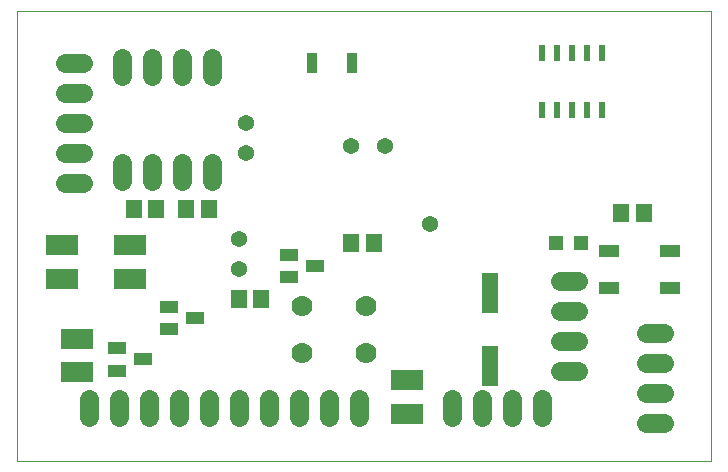
<source format=gts>
G75*
%MOIN*%
%OFA0B0*%
%FSLAX25Y25*%
%IPPOS*%
%LPD*%
%AMOC8*
5,1,8,0,0,1.08239X$1,22.5*
%
%ADD10C,0.00000*%
%ADD11C,0.07000*%
%ADD12C,0.06400*%
%ADD13R,0.05912X0.04337*%
%ADD14R,0.11030X0.06699*%
%ADD15R,0.05124X0.05124*%
%ADD16R,0.05518X0.06306*%
%ADD17R,0.03550X0.07093*%
%ADD18R,0.06900X0.04337*%
%ADD19R,0.02400X0.05400*%
%ADD20R,0.05518X0.13392*%
%ADD21C,0.05400*%
D10*
X0002550Y0001800D02*
X0002550Y0151761D01*
X0233751Y0151761D01*
X0233751Y0001800D01*
X0002550Y0001800D01*
D11*
X0097550Y0037676D03*
X0118800Y0037676D03*
X0118800Y0053424D03*
X0097550Y0053424D03*
D12*
X0096300Y0022300D02*
X0096300Y0016300D01*
X0086300Y0016300D02*
X0086300Y0022300D01*
X0076300Y0022300D02*
X0076300Y0016300D01*
X0066300Y0016300D02*
X0066300Y0022300D01*
X0056300Y0022300D02*
X0056300Y0016300D01*
X0046300Y0016300D02*
X0046300Y0022300D01*
X0036300Y0022300D02*
X0036300Y0016300D01*
X0026300Y0016300D02*
X0026300Y0022300D01*
X0106300Y0022300D02*
X0106300Y0016300D01*
X0116300Y0016300D02*
X0116300Y0022300D01*
X0147550Y0022300D02*
X0147550Y0016300D01*
X0157550Y0016300D02*
X0157550Y0022300D01*
X0167550Y0022300D02*
X0167550Y0016300D01*
X0177550Y0016300D02*
X0177550Y0022300D01*
X0183300Y0031800D02*
X0189300Y0031800D01*
X0189300Y0041800D02*
X0183300Y0041800D01*
X0183300Y0051800D02*
X0189300Y0051800D01*
X0189300Y0061800D02*
X0183300Y0061800D01*
X0212050Y0044300D02*
X0218050Y0044300D01*
X0218050Y0034300D02*
X0212050Y0034300D01*
X0212050Y0024300D02*
X0218050Y0024300D01*
X0218050Y0014300D02*
X0212050Y0014300D01*
X0067550Y0095050D02*
X0067550Y0101050D01*
X0057550Y0101050D02*
X0057550Y0095050D01*
X0047550Y0095050D02*
X0047550Y0101050D01*
X0037550Y0101050D02*
X0037550Y0095050D01*
X0024300Y0094300D02*
X0018300Y0094300D01*
X0018300Y0104300D02*
X0024300Y0104300D01*
X0024300Y0114300D02*
X0018300Y0114300D01*
X0018300Y0124300D02*
X0024300Y0124300D01*
X0037550Y0130050D02*
X0037550Y0136050D01*
X0047550Y0136050D02*
X0047550Y0130050D01*
X0057550Y0130050D02*
X0057550Y0136050D01*
X0067550Y0136050D02*
X0067550Y0130050D01*
X0024300Y0134300D02*
X0018300Y0134300D01*
D13*
X0093219Y0070540D03*
X0101881Y0066800D03*
X0093219Y0063060D03*
X0061881Y0049300D03*
X0053219Y0045560D03*
X0053219Y0053040D03*
X0035719Y0039290D03*
X0044381Y0035550D03*
X0035719Y0031810D03*
D14*
X0022550Y0031288D03*
X0022550Y0042312D03*
X0017550Y0062538D03*
X0017550Y0073562D03*
X0040050Y0073562D03*
X0040050Y0062538D03*
X0132550Y0028562D03*
X0132550Y0017538D03*
D15*
X0182166Y0074300D03*
X0190434Y0074300D03*
D16*
X0203810Y0084300D03*
X0211290Y0084300D03*
X0121290Y0074300D03*
X0113810Y0074300D03*
X0083790Y0055550D03*
X0076310Y0055550D03*
X0066290Y0085550D03*
X0058810Y0085550D03*
X0048790Y0085550D03*
X0041310Y0085550D03*
D17*
X0100857Y0134300D03*
X0114243Y0134300D03*
D18*
X0199904Y0071849D03*
X0199904Y0059251D03*
X0220196Y0059251D03*
X0220196Y0071849D03*
D19*
X0197550Y0118550D03*
X0192550Y0118550D03*
X0187550Y0118550D03*
X0182550Y0118550D03*
X0177550Y0118550D03*
X0177550Y0137550D03*
X0182550Y0137550D03*
X0187550Y0137550D03*
X0192550Y0137550D03*
X0197550Y0137550D03*
D20*
X0160050Y0057853D03*
X0160050Y0033247D03*
D21*
X0140050Y0080550D03*
X0125050Y0106800D03*
X0113800Y0106800D03*
X0078800Y0104300D03*
X0078800Y0114300D03*
X0076300Y0075550D03*
X0076300Y0065550D03*
M02*

</source>
